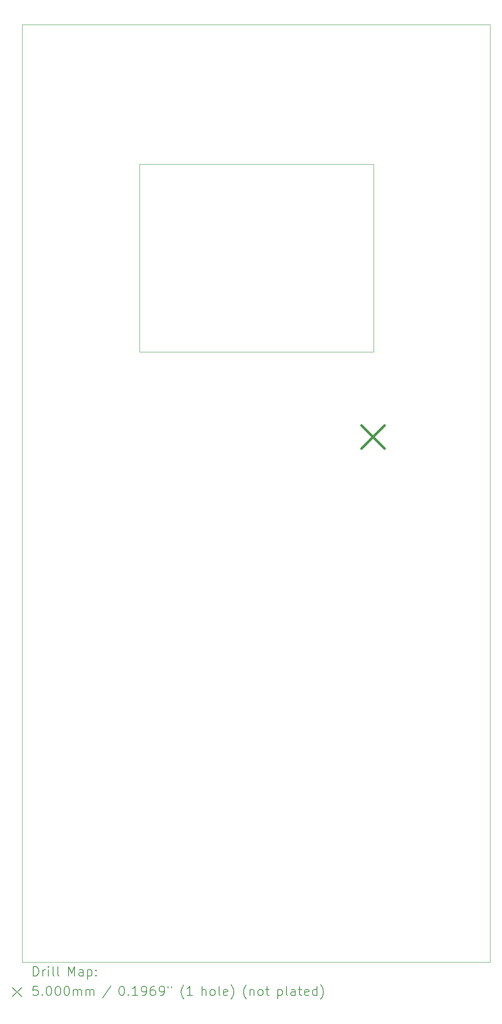
<source format=gbr>
%TF.GenerationSoftware,KiCad,Pcbnew,7.0.0-da2b9df05c~163~ubuntu22.04.1*%
%TF.CreationDate,2023-02-19T09:53:21-05:00*%
%TF.ProjectId,dso138_panel,64736f31-3338-45f7-9061-6e656c2e6b69,rev?*%
%TF.SameCoordinates,Original*%
%TF.FileFunction,Drillmap*%
%TF.FilePolarity,Positive*%
%FSLAX45Y45*%
G04 Gerber Fmt 4.5, Leading zero omitted, Abs format (unit mm)*
G04 Created by KiCad (PCBNEW 7.0.0-da2b9df05c~163~ubuntu22.04.1) date 2023-02-19 09:53:21*
%MOMM*%
%LPD*%
G01*
G04 APERTURE LIST*
%ADD10C,0.100000*%
%ADD11C,0.200000*%
%ADD12C,0.500000*%
G04 APERTURE END LIST*
D10*
X7510000Y-2980000D02*
X12510000Y-2980000D01*
X12510000Y-2980000D02*
X12510000Y-6980000D01*
X12510000Y-6980000D02*
X7510000Y-6980000D01*
X7510000Y-6980000D02*
X7510000Y-2980000D01*
X5000000Y0D02*
X15000000Y0D01*
X15000000Y0D02*
X15000000Y-20000000D01*
X15000000Y-20000000D02*
X5000000Y-20000000D01*
X5000000Y-20000000D02*
X5000000Y0D01*
D11*
D12*
X12250000Y-8550000D02*
X12750000Y-9050000D01*
X12750000Y-8550000D02*
X12250000Y-9050000D01*
D11*
X5242619Y-20298476D02*
X5242619Y-20098476D01*
X5242619Y-20098476D02*
X5290238Y-20098476D01*
X5290238Y-20098476D02*
X5318810Y-20108000D01*
X5318810Y-20108000D02*
X5337857Y-20127048D01*
X5337857Y-20127048D02*
X5347381Y-20146095D01*
X5347381Y-20146095D02*
X5356905Y-20184190D01*
X5356905Y-20184190D02*
X5356905Y-20212762D01*
X5356905Y-20212762D02*
X5347381Y-20250857D01*
X5347381Y-20250857D02*
X5337857Y-20269905D01*
X5337857Y-20269905D02*
X5318810Y-20288952D01*
X5318810Y-20288952D02*
X5290238Y-20298476D01*
X5290238Y-20298476D02*
X5242619Y-20298476D01*
X5442619Y-20298476D02*
X5442619Y-20165143D01*
X5442619Y-20203238D02*
X5452143Y-20184190D01*
X5452143Y-20184190D02*
X5461667Y-20174667D01*
X5461667Y-20174667D02*
X5480714Y-20165143D01*
X5480714Y-20165143D02*
X5499762Y-20165143D01*
X5566429Y-20298476D02*
X5566429Y-20165143D01*
X5566429Y-20098476D02*
X5556905Y-20108000D01*
X5556905Y-20108000D02*
X5566429Y-20117524D01*
X5566429Y-20117524D02*
X5575952Y-20108000D01*
X5575952Y-20108000D02*
X5566429Y-20098476D01*
X5566429Y-20098476D02*
X5566429Y-20117524D01*
X5690238Y-20298476D02*
X5671190Y-20288952D01*
X5671190Y-20288952D02*
X5661667Y-20269905D01*
X5661667Y-20269905D02*
X5661667Y-20098476D01*
X5795000Y-20298476D02*
X5775952Y-20288952D01*
X5775952Y-20288952D02*
X5766428Y-20269905D01*
X5766428Y-20269905D02*
X5766428Y-20098476D01*
X5991190Y-20298476D02*
X5991190Y-20098476D01*
X5991190Y-20098476D02*
X6057857Y-20241333D01*
X6057857Y-20241333D02*
X6124524Y-20098476D01*
X6124524Y-20098476D02*
X6124524Y-20298476D01*
X6305476Y-20298476D02*
X6305476Y-20193714D01*
X6305476Y-20193714D02*
X6295952Y-20174667D01*
X6295952Y-20174667D02*
X6276905Y-20165143D01*
X6276905Y-20165143D02*
X6238809Y-20165143D01*
X6238809Y-20165143D02*
X6219762Y-20174667D01*
X6305476Y-20288952D02*
X6286428Y-20298476D01*
X6286428Y-20298476D02*
X6238809Y-20298476D01*
X6238809Y-20298476D02*
X6219762Y-20288952D01*
X6219762Y-20288952D02*
X6210238Y-20269905D01*
X6210238Y-20269905D02*
X6210238Y-20250857D01*
X6210238Y-20250857D02*
X6219762Y-20231810D01*
X6219762Y-20231810D02*
X6238809Y-20222286D01*
X6238809Y-20222286D02*
X6286428Y-20222286D01*
X6286428Y-20222286D02*
X6305476Y-20212762D01*
X6400714Y-20165143D02*
X6400714Y-20365143D01*
X6400714Y-20174667D02*
X6419762Y-20165143D01*
X6419762Y-20165143D02*
X6457857Y-20165143D01*
X6457857Y-20165143D02*
X6476905Y-20174667D01*
X6476905Y-20174667D02*
X6486428Y-20184190D01*
X6486428Y-20184190D02*
X6495952Y-20203238D01*
X6495952Y-20203238D02*
X6495952Y-20260381D01*
X6495952Y-20260381D02*
X6486428Y-20279429D01*
X6486428Y-20279429D02*
X6476905Y-20288952D01*
X6476905Y-20288952D02*
X6457857Y-20298476D01*
X6457857Y-20298476D02*
X6419762Y-20298476D01*
X6419762Y-20298476D02*
X6400714Y-20288952D01*
X6581667Y-20279429D02*
X6591190Y-20288952D01*
X6591190Y-20288952D02*
X6581667Y-20298476D01*
X6581667Y-20298476D02*
X6572143Y-20288952D01*
X6572143Y-20288952D02*
X6581667Y-20279429D01*
X6581667Y-20279429D02*
X6581667Y-20298476D01*
X6581667Y-20174667D02*
X6591190Y-20184190D01*
X6591190Y-20184190D02*
X6581667Y-20193714D01*
X6581667Y-20193714D02*
X6572143Y-20184190D01*
X6572143Y-20184190D02*
X6581667Y-20174667D01*
X6581667Y-20174667D02*
X6581667Y-20193714D01*
X4795000Y-20545000D02*
X4995000Y-20745000D01*
X4995000Y-20545000D02*
X4795000Y-20745000D01*
X5337857Y-20518476D02*
X5242619Y-20518476D01*
X5242619Y-20518476D02*
X5233095Y-20613714D01*
X5233095Y-20613714D02*
X5242619Y-20604190D01*
X5242619Y-20604190D02*
X5261667Y-20594667D01*
X5261667Y-20594667D02*
X5309286Y-20594667D01*
X5309286Y-20594667D02*
X5328333Y-20604190D01*
X5328333Y-20604190D02*
X5337857Y-20613714D01*
X5337857Y-20613714D02*
X5347381Y-20632762D01*
X5347381Y-20632762D02*
X5347381Y-20680381D01*
X5347381Y-20680381D02*
X5337857Y-20699429D01*
X5337857Y-20699429D02*
X5328333Y-20708952D01*
X5328333Y-20708952D02*
X5309286Y-20718476D01*
X5309286Y-20718476D02*
X5261667Y-20718476D01*
X5261667Y-20718476D02*
X5242619Y-20708952D01*
X5242619Y-20708952D02*
X5233095Y-20699429D01*
X5433095Y-20699429D02*
X5442619Y-20708952D01*
X5442619Y-20708952D02*
X5433095Y-20718476D01*
X5433095Y-20718476D02*
X5423571Y-20708952D01*
X5423571Y-20708952D02*
X5433095Y-20699429D01*
X5433095Y-20699429D02*
X5433095Y-20718476D01*
X5566429Y-20518476D02*
X5585476Y-20518476D01*
X5585476Y-20518476D02*
X5604524Y-20528000D01*
X5604524Y-20528000D02*
X5614048Y-20537524D01*
X5614048Y-20537524D02*
X5623571Y-20556571D01*
X5623571Y-20556571D02*
X5633095Y-20594667D01*
X5633095Y-20594667D02*
X5633095Y-20642286D01*
X5633095Y-20642286D02*
X5623571Y-20680381D01*
X5623571Y-20680381D02*
X5614048Y-20699429D01*
X5614048Y-20699429D02*
X5604524Y-20708952D01*
X5604524Y-20708952D02*
X5585476Y-20718476D01*
X5585476Y-20718476D02*
X5566429Y-20718476D01*
X5566429Y-20718476D02*
X5547381Y-20708952D01*
X5547381Y-20708952D02*
X5537857Y-20699429D01*
X5537857Y-20699429D02*
X5528333Y-20680381D01*
X5528333Y-20680381D02*
X5518810Y-20642286D01*
X5518810Y-20642286D02*
X5518810Y-20594667D01*
X5518810Y-20594667D02*
X5528333Y-20556571D01*
X5528333Y-20556571D02*
X5537857Y-20537524D01*
X5537857Y-20537524D02*
X5547381Y-20528000D01*
X5547381Y-20528000D02*
X5566429Y-20518476D01*
X5756905Y-20518476D02*
X5775952Y-20518476D01*
X5775952Y-20518476D02*
X5795000Y-20528000D01*
X5795000Y-20528000D02*
X5804524Y-20537524D01*
X5804524Y-20537524D02*
X5814048Y-20556571D01*
X5814048Y-20556571D02*
X5823571Y-20594667D01*
X5823571Y-20594667D02*
X5823571Y-20642286D01*
X5823571Y-20642286D02*
X5814048Y-20680381D01*
X5814048Y-20680381D02*
X5804524Y-20699429D01*
X5804524Y-20699429D02*
X5795000Y-20708952D01*
X5795000Y-20708952D02*
X5775952Y-20718476D01*
X5775952Y-20718476D02*
X5756905Y-20718476D01*
X5756905Y-20718476D02*
X5737857Y-20708952D01*
X5737857Y-20708952D02*
X5728333Y-20699429D01*
X5728333Y-20699429D02*
X5718809Y-20680381D01*
X5718809Y-20680381D02*
X5709286Y-20642286D01*
X5709286Y-20642286D02*
X5709286Y-20594667D01*
X5709286Y-20594667D02*
X5718809Y-20556571D01*
X5718809Y-20556571D02*
X5728333Y-20537524D01*
X5728333Y-20537524D02*
X5737857Y-20528000D01*
X5737857Y-20528000D02*
X5756905Y-20518476D01*
X5947381Y-20518476D02*
X5966429Y-20518476D01*
X5966429Y-20518476D02*
X5985476Y-20528000D01*
X5985476Y-20528000D02*
X5995000Y-20537524D01*
X5995000Y-20537524D02*
X6004524Y-20556571D01*
X6004524Y-20556571D02*
X6014048Y-20594667D01*
X6014048Y-20594667D02*
X6014048Y-20642286D01*
X6014048Y-20642286D02*
X6004524Y-20680381D01*
X6004524Y-20680381D02*
X5995000Y-20699429D01*
X5995000Y-20699429D02*
X5985476Y-20708952D01*
X5985476Y-20708952D02*
X5966429Y-20718476D01*
X5966429Y-20718476D02*
X5947381Y-20718476D01*
X5947381Y-20718476D02*
X5928333Y-20708952D01*
X5928333Y-20708952D02*
X5918809Y-20699429D01*
X5918809Y-20699429D02*
X5909286Y-20680381D01*
X5909286Y-20680381D02*
X5899762Y-20642286D01*
X5899762Y-20642286D02*
X5899762Y-20594667D01*
X5899762Y-20594667D02*
X5909286Y-20556571D01*
X5909286Y-20556571D02*
X5918809Y-20537524D01*
X5918809Y-20537524D02*
X5928333Y-20528000D01*
X5928333Y-20528000D02*
X5947381Y-20518476D01*
X6099762Y-20718476D02*
X6099762Y-20585143D01*
X6099762Y-20604190D02*
X6109286Y-20594667D01*
X6109286Y-20594667D02*
X6128333Y-20585143D01*
X6128333Y-20585143D02*
X6156905Y-20585143D01*
X6156905Y-20585143D02*
X6175952Y-20594667D01*
X6175952Y-20594667D02*
X6185476Y-20613714D01*
X6185476Y-20613714D02*
X6185476Y-20718476D01*
X6185476Y-20613714D02*
X6195000Y-20594667D01*
X6195000Y-20594667D02*
X6214048Y-20585143D01*
X6214048Y-20585143D02*
X6242619Y-20585143D01*
X6242619Y-20585143D02*
X6261667Y-20594667D01*
X6261667Y-20594667D02*
X6271190Y-20613714D01*
X6271190Y-20613714D02*
X6271190Y-20718476D01*
X6366429Y-20718476D02*
X6366429Y-20585143D01*
X6366429Y-20604190D02*
X6375952Y-20594667D01*
X6375952Y-20594667D02*
X6395000Y-20585143D01*
X6395000Y-20585143D02*
X6423571Y-20585143D01*
X6423571Y-20585143D02*
X6442619Y-20594667D01*
X6442619Y-20594667D02*
X6452143Y-20613714D01*
X6452143Y-20613714D02*
X6452143Y-20718476D01*
X6452143Y-20613714D02*
X6461667Y-20594667D01*
X6461667Y-20594667D02*
X6480714Y-20585143D01*
X6480714Y-20585143D02*
X6509286Y-20585143D01*
X6509286Y-20585143D02*
X6528333Y-20594667D01*
X6528333Y-20594667D02*
X6537857Y-20613714D01*
X6537857Y-20613714D02*
X6537857Y-20718476D01*
X6895952Y-20508952D02*
X6724524Y-20766095D01*
X7120714Y-20518476D02*
X7139762Y-20518476D01*
X7139762Y-20518476D02*
X7158810Y-20528000D01*
X7158810Y-20528000D02*
X7168333Y-20537524D01*
X7168333Y-20537524D02*
X7177857Y-20556571D01*
X7177857Y-20556571D02*
X7187381Y-20594667D01*
X7187381Y-20594667D02*
X7187381Y-20642286D01*
X7187381Y-20642286D02*
X7177857Y-20680381D01*
X7177857Y-20680381D02*
X7168333Y-20699429D01*
X7168333Y-20699429D02*
X7158810Y-20708952D01*
X7158810Y-20708952D02*
X7139762Y-20718476D01*
X7139762Y-20718476D02*
X7120714Y-20718476D01*
X7120714Y-20718476D02*
X7101667Y-20708952D01*
X7101667Y-20708952D02*
X7092143Y-20699429D01*
X7092143Y-20699429D02*
X7082619Y-20680381D01*
X7082619Y-20680381D02*
X7073095Y-20642286D01*
X7073095Y-20642286D02*
X7073095Y-20594667D01*
X7073095Y-20594667D02*
X7082619Y-20556571D01*
X7082619Y-20556571D02*
X7092143Y-20537524D01*
X7092143Y-20537524D02*
X7101667Y-20528000D01*
X7101667Y-20528000D02*
X7120714Y-20518476D01*
X7273095Y-20699429D02*
X7282619Y-20708952D01*
X7282619Y-20708952D02*
X7273095Y-20718476D01*
X7273095Y-20718476D02*
X7263571Y-20708952D01*
X7263571Y-20708952D02*
X7273095Y-20699429D01*
X7273095Y-20699429D02*
X7273095Y-20718476D01*
X7473095Y-20718476D02*
X7358810Y-20718476D01*
X7415952Y-20718476D02*
X7415952Y-20518476D01*
X7415952Y-20518476D02*
X7396905Y-20547048D01*
X7396905Y-20547048D02*
X7377857Y-20566095D01*
X7377857Y-20566095D02*
X7358810Y-20575619D01*
X7568333Y-20718476D02*
X7606429Y-20718476D01*
X7606429Y-20718476D02*
X7625476Y-20708952D01*
X7625476Y-20708952D02*
X7635000Y-20699429D01*
X7635000Y-20699429D02*
X7654048Y-20670857D01*
X7654048Y-20670857D02*
X7663571Y-20632762D01*
X7663571Y-20632762D02*
X7663571Y-20556571D01*
X7663571Y-20556571D02*
X7654048Y-20537524D01*
X7654048Y-20537524D02*
X7644524Y-20528000D01*
X7644524Y-20528000D02*
X7625476Y-20518476D01*
X7625476Y-20518476D02*
X7587381Y-20518476D01*
X7587381Y-20518476D02*
X7568333Y-20528000D01*
X7568333Y-20528000D02*
X7558810Y-20537524D01*
X7558810Y-20537524D02*
X7549286Y-20556571D01*
X7549286Y-20556571D02*
X7549286Y-20604190D01*
X7549286Y-20604190D02*
X7558810Y-20623238D01*
X7558810Y-20623238D02*
X7568333Y-20632762D01*
X7568333Y-20632762D02*
X7587381Y-20642286D01*
X7587381Y-20642286D02*
X7625476Y-20642286D01*
X7625476Y-20642286D02*
X7644524Y-20632762D01*
X7644524Y-20632762D02*
X7654048Y-20623238D01*
X7654048Y-20623238D02*
X7663571Y-20604190D01*
X7835000Y-20518476D02*
X7796905Y-20518476D01*
X7796905Y-20518476D02*
X7777857Y-20528000D01*
X7777857Y-20528000D02*
X7768333Y-20537524D01*
X7768333Y-20537524D02*
X7749286Y-20566095D01*
X7749286Y-20566095D02*
X7739762Y-20604190D01*
X7739762Y-20604190D02*
X7739762Y-20680381D01*
X7739762Y-20680381D02*
X7749286Y-20699429D01*
X7749286Y-20699429D02*
X7758810Y-20708952D01*
X7758810Y-20708952D02*
X7777857Y-20718476D01*
X7777857Y-20718476D02*
X7815952Y-20718476D01*
X7815952Y-20718476D02*
X7835000Y-20708952D01*
X7835000Y-20708952D02*
X7844524Y-20699429D01*
X7844524Y-20699429D02*
X7854048Y-20680381D01*
X7854048Y-20680381D02*
X7854048Y-20632762D01*
X7854048Y-20632762D02*
X7844524Y-20613714D01*
X7844524Y-20613714D02*
X7835000Y-20604190D01*
X7835000Y-20604190D02*
X7815952Y-20594667D01*
X7815952Y-20594667D02*
X7777857Y-20594667D01*
X7777857Y-20594667D02*
X7758810Y-20604190D01*
X7758810Y-20604190D02*
X7749286Y-20613714D01*
X7749286Y-20613714D02*
X7739762Y-20632762D01*
X7949286Y-20718476D02*
X7987381Y-20718476D01*
X7987381Y-20718476D02*
X8006429Y-20708952D01*
X8006429Y-20708952D02*
X8015952Y-20699429D01*
X8015952Y-20699429D02*
X8035000Y-20670857D01*
X8035000Y-20670857D02*
X8044524Y-20632762D01*
X8044524Y-20632762D02*
X8044524Y-20556571D01*
X8044524Y-20556571D02*
X8035000Y-20537524D01*
X8035000Y-20537524D02*
X8025476Y-20528000D01*
X8025476Y-20528000D02*
X8006429Y-20518476D01*
X8006429Y-20518476D02*
X7968333Y-20518476D01*
X7968333Y-20518476D02*
X7949286Y-20528000D01*
X7949286Y-20528000D02*
X7939762Y-20537524D01*
X7939762Y-20537524D02*
X7930238Y-20556571D01*
X7930238Y-20556571D02*
X7930238Y-20604190D01*
X7930238Y-20604190D02*
X7939762Y-20623238D01*
X7939762Y-20623238D02*
X7949286Y-20632762D01*
X7949286Y-20632762D02*
X7968333Y-20642286D01*
X7968333Y-20642286D02*
X8006429Y-20642286D01*
X8006429Y-20642286D02*
X8025476Y-20632762D01*
X8025476Y-20632762D02*
X8035000Y-20623238D01*
X8035000Y-20623238D02*
X8044524Y-20604190D01*
X8120714Y-20518476D02*
X8120714Y-20556571D01*
X8196905Y-20518476D02*
X8196905Y-20556571D01*
X8459762Y-20794667D02*
X8450238Y-20785143D01*
X8450238Y-20785143D02*
X8431191Y-20756571D01*
X8431191Y-20756571D02*
X8421667Y-20737524D01*
X8421667Y-20737524D02*
X8412143Y-20708952D01*
X8412143Y-20708952D02*
X8402619Y-20661333D01*
X8402619Y-20661333D02*
X8402619Y-20623238D01*
X8402619Y-20623238D02*
X8412143Y-20575619D01*
X8412143Y-20575619D02*
X8421667Y-20547048D01*
X8421667Y-20547048D02*
X8431191Y-20528000D01*
X8431191Y-20528000D02*
X8450238Y-20499429D01*
X8450238Y-20499429D02*
X8459762Y-20489905D01*
X8640714Y-20718476D02*
X8526429Y-20718476D01*
X8583572Y-20718476D02*
X8583572Y-20518476D01*
X8583572Y-20518476D02*
X8564524Y-20547048D01*
X8564524Y-20547048D02*
X8545476Y-20566095D01*
X8545476Y-20566095D02*
X8526429Y-20575619D01*
X8846429Y-20718476D02*
X8846429Y-20518476D01*
X8932143Y-20718476D02*
X8932143Y-20613714D01*
X8932143Y-20613714D02*
X8922619Y-20594667D01*
X8922619Y-20594667D02*
X8903572Y-20585143D01*
X8903572Y-20585143D02*
X8875000Y-20585143D01*
X8875000Y-20585143D02*
X8855953Y-20594667D01*
X8855953Y-20594667D02*
X8846429Y-20604190D01*
X9055953Y-20718476D02*
X9036905Y-20708952D01*
X9036905Y-20708952D02*
X9027381Y-20699429D01*
X9027381Y-20699429D02*
X9017857Y-20680381D01*
X9017857Y-20680381D02*
X9017857Y-20623238D01*
X9017857Y-20623238D02*
X9027381Y-20604190D01*
X9027381Y-20604190D02*
X9036905Y-20594667D01*
X9036905Y-20594667D02*
X9055953Y-20585143D01*
X9055953Y-20585143D02*
X9084524Y-20585143D01*
X9084524Y-20585143D02*
X9103572Y-20594667D01*
X9103572Y-20594667D02*
X9113095Y-20604190D01*
X9113095Y-20604190D02*
X9122619Y-20623238D01*
X9122619Y-20623238D02*
X9122619Y-20680381D01*
X9122619Y-20680381D02*
X9113095Y-20699429D01*
X9113095Y-20699429D02*
X9103572Y-20708952D01*
X9103572Y-20708952D02*
X9084524Y-20718476D01*
X9084524Y-20718476D02*
X9055953Y-20718476D01*
X9236905Y-20718476D02*
X9217857Y-20708952D01*
X9217857Y-20708952D02*
X9208334Y-20689905D01*
X9208334Y-20689905D02*
X9208334Y-20518476D01*
X9389286Y-20708952D02*
X9370238Y-20718476D01*
X9370238Y-20718476D02*
X9332143Y-20718476D01*
X9332143Y-20718476D02*
X9313095Y-20708952D01*
X9313095Y-20708952D02*
X9303572Y-20689905D01*
X9303572Y-20689905D02*
X9303572Y-20613714D01*
X9303572Y-20613714D02*
X9313095Y-20594667D01*
X9313095Y-20594667D02*
X9332143Y-20585143D01*
X9332143Y-20585143D02*
X9370238Y-20585143D01*
X9370238Y-20585143D02*
X9389286Y-20594667D01*
X9389286Y-20594667D02*
X9398810Y-20613714D01*
X9398810Y-20613714D02*
X9398810Y-20632762D01*
X9398810Y-20632762D02*
X9303572Y-20651810D01*
X9465476Y-20794667D02*
X9475000Y-20785143D01*
X9475000Y-20785143D02*
X9494048Y-20756571D01*
X9494048Y-20756571D02*
X9503572Y-20737524D01*
X9503572Y-20737524D02*
X9513095Y-20708952D01*
X9513095Y-20708952D02*
X9522619Y-20661333D01*
X9522619Y-20661333D02*
X9522619Y-20623238D01*
X9522619Y-20623238D02*
X9513095Y-20575619D01*
X9513095Y-20575619D02*
X9503572Y-20547048D01*
X9503572Y-20547048D02*
X9494048Y-20528000D01*
X9494048Y-20528000D02*
X9475000Y-20499429D01*
X9475000Y-20499429D02*
X9465476Y-20489905D01*
X9795000Y-20794667D02*
X9785476Y-20785143D01*
X9785476Y-20785143D02*
X9766429Y-20756571D01*
X9766429Y-20756571D02*
X9756905Y-20737524D01*
X9756905Y-20737524D02*
X9747381Y-20708952D01*
X9747381Y-20708952D02*
X9737857Y-20661333D01*
X9737857Y-20661333D02*
X9737857Y-20623238D01*
X9737857Y-20623238D02*
X9747381Y-20575619D01*
X9747381Y-20575619D02*
X9756905Y-20547048D01*
X9756905Y-20547048D02*
X9766429Y-20528000D01*
X9766429Y-20528000D02*
X9785476Y-20499429D01*
X9785476Y-20499429D02*
X9795000Y-20489905D01*
X9871191Y-20585143D02*
X9871191Y-20718476D01*
X9871191Y-20604190D02*
X9880714Y-20594667D01*
X9880714Y-20594667D02*
X9899762Y-20585143D01*
X9899762Y-20585143D02*
X9928334Y-20585143D01*
X9928334Y-20585143D02*
X9947381Y-20594667D01*
X9947381Y-20594667D02*
X9956905Y-20613714D01*
X9956905Y-20613714D02*
X9956905Y-20718476D01*
X10080714Y-20718476D02*
X10061667Y-20708952D01*
X10061667Y-20708952D02*
X10052143Y-20699429D01*
X10052143Y-20699429D02*
X10042619Y-20680381D01*
X10042619Y-20680381D02*
X10042619Y-20623238D01*
X10042619Y-20623238D02*
X10052143Y-20604190D01*
X10052143Y-20604190D02*
X10061667Y-20594667D01*
X10061667Y-20594667D02*
X10080714Y-20585143D01*
X10080714Y-20585143D02*
X10109286Y-20585143D01*
X10109286Y-20585143D02*
X10128334Y-20594667D01*
X10128334Y-20594667D02*
X10137857Y-20604190D01*
X10137857Y-20604190D02*
X10147381Y-20623238D01*
X10147381Y-20623238D02*
X10147381Y-20680381D01*
X10147381Y-20680381D02*
X10137857Y-20699429D01*
X10137857Y-20699429D02*
X10128334Y-20708952D01*
X10128334Y-20708952D02*
X10109286Y-20718476D01*
X10109286Y-20718476D02*
X10080714Y-20718476D01*
X10204524Y-20585143D02*
X10280714Y-20585143D01*
X10233095Y-20518476D02*
X10233095Y-20689905D01*
X10233095Y-20689905D02*
X10242619Y-20708952D01*
X10242619Y-20708952D02*
X10261667Y-20718476D01*
X10261667Y-20718476D02*
X10280714Y-20718476D01*
X10467381Y-20585143D02*
X10467381Y-20785143D01*
X10467381Y-20594667D02*
X10486429Y-20585143D01*
X10486429Y-20585143D02*
X10524524Y-20585143D01*
X10524524Y-20585143D02*
X10543572Y-20594667D01*
X10543572Y-20594667D02*
X10553095Y-20604190D01*
X10553095Y-20604190D02*
X10562619Y-20623238D01*
X10562619Y-20623238D02*
X10562619Y-20680381D01*
X10562619Y-20680381D02*
X10553095Y-20699429D01*
X10553095Y-20699429D02*
X10543572Y-20708952D01*
X10543572Y-20708952D02*
X10524524Y-20718476D01*
X10524524Y-20718476D02*
X10486429Y-20718476D01*
X10486429Y-20718476D02*
X10467381Y-20708952D01*
X10676905Y-20718476D02*
X10657857Y-20708952D01*
X10657857Y-20708952D02*
X10648334Y-20689905D01*
X10648334Y-20689905D02*
X10648334Y-20518476D01*
X10838810Y-20718476D02*
X10838810Y-20613714D01*
X10838810Y-20613714D02*
X10829286Y-20594667D01*
X10829286Y-20594667D02*
X10810238Y-20585143D01*
X10810238Y-20585143D02*
X10772143Y-20585143D01*
X10772143Y-20585143D02*
X10753095Y-20594667D01*
X10838810Y-20708952D02*
X10819762Y-20718476D01*
X10819762Y-20718476D02*
X10772143Y-20718476D01*
X10772143Y-20718476D02*
X10753095Y-20708952D01*
X10753095Y-20708952D02*
X10743572Y-20689905D01*
X10743572Y-20689905D02*
X10743572Y-20670857D01*
X10743572Y-20670857D02*
X10753095Y-20651810D01*
X10753095Y-20651810D02*
X10772143Y-20642286D01*
X10772143Y-20642286D02*
X10819762Y-20642286D01*
X10819762Y-20642286D02*
X10838810Y-20632762D01*
X10905476Y-20585143D02*
X10981667Y-20585143D01*
X10934048Y-20518476D02*
X10934048Y-20689905D01*
X10934048Y-20689905D02*
X10943572Y-20708952D01*
X10943572Y-20708952D02*
X10962619Y-20718476D01*
X10962619Y-20718476D02*
X10981667Y-20718476D01*
X11124524Y-20708952D02*
X11105476Y-20718476D01*
X11105476Y-20718476D02*
X11067381Y-20718476D01*
X11067381Y-20718476D02*
X11048334Y-20708952D01*
X11048334Y-20708952D02*
X11038810Y-20689905D01*
X11038810Y-20689905D02*
X11038810Y-20613714D01*
X11038810Y-20613714D02*
X11048334Y-20594667D01*
X11048334Y-20594667D02*
X11067381Y-20585143D01*
X11067381Y-20585143D02*
X11105476Y-20585143D01*
X11105476Y-20585143D02*
X11124524Y-20594667D01*
X11124524Y-20594667D02*
X11134048Y-20613714D01*
X11134048Y-20613714D02*
X11134048Y-20632762D01*
X11134048Y-20632762D02*
X11038810Y-20651810D01*
X11305476Y-20718476D02*
X11305476Y-20518476D01*
X11305476Y-20708952D02*
X11286429Y-20718476D01*
X11286429Y-20718476D02*
X11248333Y-20718476D01*
X11248333Y-20718476D02*
X11229286Y-20708952D01*
X11229286Y-20708952D02*
X11219762Y-20699429D01*
X11219762Y-20699429D02*
X11210238Y-20680381D01*
X11210238Y-20680381D02*
X11210238Y-20623238D01*
X11210238Y-20623238D02*
X11219762Y-20604190D01*
X11219762Y-20604190D02*
X11229286Y-20594667D01*
X11229286Y-20594667D02*
X11248333Y-20585143D01*
X11248333Y-20585143D02*
X11286429Y-20585143D01*
X11286429Y-20585143D02*
X11305476Y-20594667D01*
X11381667Y-20794667D02*
X11391191Y-20785143D01*
X11391191Y-20785143D02*
X11410238Y-20756571D01*
X11410238Y-20756571D02*
X11419762Y-20737524D01*
X11419762Y-20737524D02*
X11429286Y-20708952D01*
X11429286Y-20708952D02*
X11438810Y-20661333D01*
X11438810Y-20661333D02*
X11438810Y-20623238D01*
X11438810Y-20623238D02*
X11429286Y-20575619D01*
X11429286Y-20575619D02*
X11419762Y-20547048D01*
X11419762Y-20547048D02*
X11410238Y-20528000D01*
X11410238Y-20528000D02*
X11391191Y-20499429D01*
X11391191Y-20499429D02*
X11381667Y-20489905D01*
M02*

</source>
